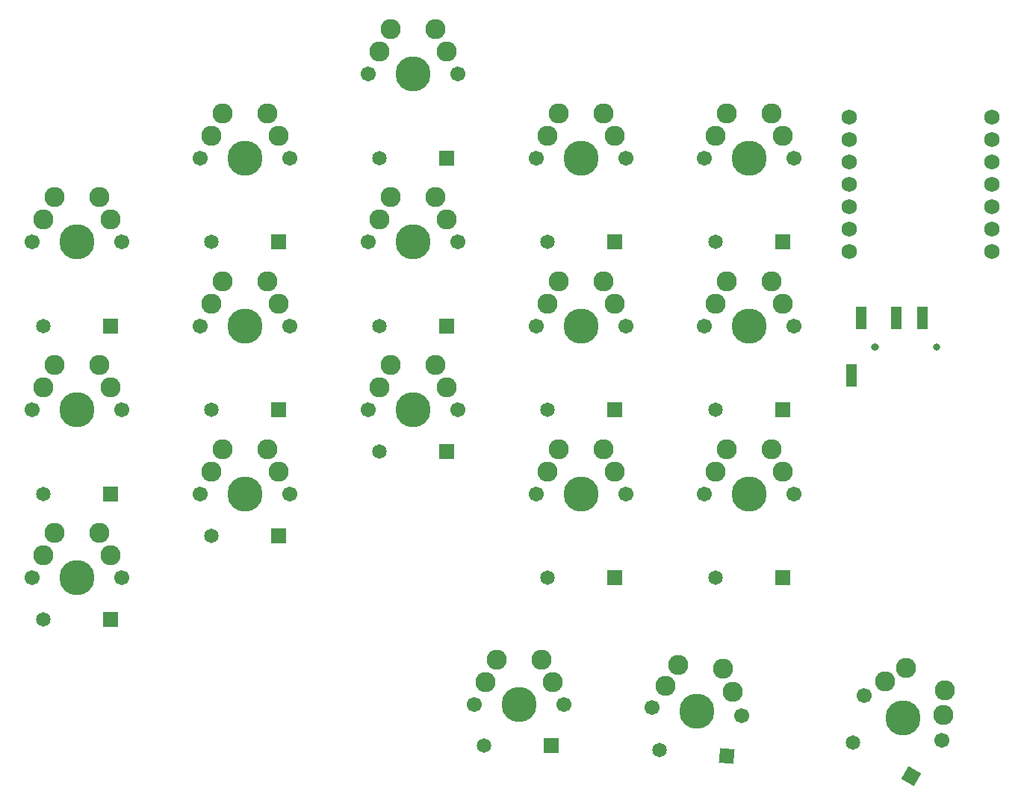
<source format=gbr>
%TF.GenerationSoftware,KiCad,Pcbnew,7.0.2-0*%
%TF.CreationDate,2023-12-07T17:55:22-05:00*%
%TF.ProjectId,Flare,466c6172-652e-46b6-9963-61645f706362,rev?*%
%TF.SameCoordinates,Original*%
%TF.FileFunction,Soldermask,Bot*%
%TF.FilePolarity,Negative*%
%FSLAX46Y46*%
G04 Gerber Fmt 4.6, Leading zero omitted, Abs format (unit mm)*
G04 Created by KiCad (PCBNEW 7.0.2-0) date 2023-12-07 17:55:22*
%MOMM*%
%LPD*%
G01*
G04 APERTURE LIST*
G04 Aperture macros list*
%AMRotRect*
0 Rectangle, with rotation*
0 The origin of the aperture is its center*
0 $1 length*
0 $2 width*
0 $3 Rotation angle, in degrees counterclockwise*
0 Add horizontal line*
21,1,$1,$2,0,0,$3*%
G04 Aperture macros list end*
%ADD10C,1.651000*%
%ADD11R,1.651000X1.651000*%
%ADD12C,1.701800*%
%ADD13C,3.987800*%
%ADD14C,2.286000*%
%ADD15RotRect,1.651000X1.651000X330.000000*%
%ADD16RotRect,1.651000X1.651000X355.000000*%
%ADD17C,0.800000*%
%ADD18C,1.752600*%
%ADD19R,1.200000X2.500000*%
G04 APERTURE END LIST*
D10*
%TO.C,D3*%
X53340000Y-28575000D03*
D11*
X60960000Y-28575000D03*
%TD*%
D10*
%TO.C,D12*%
X34290000Y-71437500D03*
D11*
X41910000Y-71437500D03*
%TD*%
D10*
%TO.C,D10*%
X91440000Y-57150000D03*
D11*
X99060000Y-57150000D03*
%TD*%
D12*
%TO.C,MX13*%
X52070000Y-57150000D03*
D13*
X57150000Y-57150000D03*
D12*
X62230000Y-57150000D03*
D14*
X53340000Y-54610000D03*
X54610000Y-52070000D03*
X59690000Y-52070000D03*
X60960000Y-54610000D03*
%TD*%
D10*
%TO.C,D13*%
X53340000Y-61912500D03*
D11*
X60960000Y-61912500D03*
%TD*%
D10*
%TO.C,D2*%
X72390000Y-38100000D03*
D11*
X80010000Y-38100000D03*
%TD*%
D12*
%TO.C,MX14*%
X71120000Y-66675000D03*
D13*
X76200000Y-66675000D03*
D12*
X81280000Y-66675000D03*
D14*
X72390000Y-64135000D03*
X73660000Y-61595000D03*
X78740000Y-61595000D03*
X80010000Y-64135000D03*
%TD*%
D12*
%TO.C,MX6*%
X13970000Y-57150000D03*
D13*
X19050000Y-57150000D03*
D12*
X24130000Y-57150000D03*
D14*
X15240000Y-54610000D03*
X16510000Y-52070000D03*
X21590000Y-52070000D03*
X22860000Y-54610000D03*
%TD*%
D10*
%TO.C,D8*%
X53340000Y-47625000D03*
D11*
X60960000Y-47625000D03*
%TD*%
D10*
%TO.C,D14*%
X72390000Y-76200000D03*
D11*
X80010000Y-76200000D03*
%TD*%
D12*
%TO.C,MX11*%
X13970000Y-76200000D03*
D13*
X19050000Y-76200000D03*
D12*
X24130000Y-76200000D03*
D14*
X15240000Y-73660000D03*
X16510000Y-71120000D03*
X21590000Y-71120000D03*
X22860000Y-73660000D03*
%TD*%
D10*
%TO.C,D11*%
X15240000Y-80962500D03*
D11*
X22860000Y-80962500D03*
%TD*%
D10*
%TO.C,D7*%
X34290000Y-57150000D03*
D11*
X41910000Y-57150000D03*
%TD*%
D10*
%TO.C,D4*%
X34290000Y-38100000D03*
D11*
X41910000Y-38100000D03*
%TD*%
D10*
%TO.C,D18*%
X107031693Y-94932500D03*
D15*
X113630807Y-98742500D03*
%TD*%
D10*
%TO.C,D17*%
X85104498Y-95711687D03*
D16*
X92695502Y-96375813D03*
%TD*%
D12*
%TO.C,MX4*%
X33020000Y-28575000D03*
D13*
X38100000Y-28575000D03*
D12*
X43180000Y-28575000D03*
D14*
X34290000Y-26035000D03*
X35560000Y-23495000D03*
X40640000Y-23495000D03*
X41910000Y-26035000D03*
%TD*%
D10*
%TO.C,D6*%
X15240000Y-66675000D03*
D11*
X22860000Y-66675000D03*
%TD*%
D17*
%TO.C,U2*%
X116550000Y-50006250D03*
X109550000Y-50006250D03*
%TD*%
D18*
%TO.C,U1*%
X106652537Y-23956740D03*
X106652537Y-26496740D03*
X106652537Y-29036740D03*
X106652537Y-31576740D03*
X106652537Y-34116740D03*
X106652537Y-36656740D03*
X106652537Y-39196740D03*
X122817097Y-39196740D03*
X122817097Y-36656740D03*
X122817097Y-34116740D03*
X122817097Y-31576740D03*
X122817097Y-29036740D03*
X122817097Y-26496740D03*
X122817097Y-23956740D03*
%TD*%
D10*
%TO.C,D5*%
X15240000Y-47625000D03*
D11*
X22860000Y-47625000D03*
%TD*%
D10*
%TO.C,D15*%
X91440000Y-76200000D03*
D11*
X99060000Y-76200000D03*
%TD*%
D12*
%TO.C,MX15*%
X90170000Y-66675000D03*
D13*
X95250000Y-66675000D03*
D12*
X100330000Y-66675000D03*
D14*
X91440000Y-64135000D03*
X92710000Y-61595000D03*
X97790000Y-61595000D03*
X99060000Y-64135000D03*
%TD*%
D10*
%TO.C,D1*%
X91440000Y-38100000D03*
D11*
X99060000Y-38100000D03*
%TD*%
D10*
%TO.C,D16*%
X65246250Y-95250000D03*
D11*
X72866250Y-95250000D03*
%TD*%
D12*
%TO.C,MX5*%
X13970000Y-38100000D03*
D13*
X19050000Y-38100000D03*
D12*
X24130000Y-38100000D03*
D14*
X15240000Y-35560000D03*
X16510000Y-33020000D03*
X21590000Y-33020000D03*
X22860000Y-35560000D03*
%TD*%
D12*
%TO.C,MX18*%
X108313091Y-89535000D03*
D13*
X112712500Y-92075000D03*
D12*
X117111909Y-94615000D03*
D14*
X110682943Y-87970295D03*
X113052795Y-86405591D03*
X117452205Y-88945591D03*
X117282057Y-91780295D03*
%TD*%
D12*
%TO.C,MX1*%
X90170000Y-28575000D03*
D13*
X95250000Y-28575000D03*
D12*
X100330000Y-28575000D03*
D14*
X91440000Y-26035000D03*
X92710000Y-23495000D03*
X97790000Y-23495000D03*
X99060000Y-26035000D03*
%TD*%
D12*
%TO.C,MX10*%
X90170000Y-47625000D03*
D13*
X95250000Y-47625000D03*
D12*
X100330000Y-47625000D03*
D14*
X91440000Y-45085000D03*
X92710000Y-42545000D03*
X97790000Y-42545000D03*
X99060000Y-45085000D03*
%TD*%
D12*
%TO.C,MX16*%
X64135000Y-90566875D03*
D13*
X69215000Y-90566875D03*
D12*
X74295000Y-90566875D03*
D14*
X65405000Y-88026875D03*
X66675000Y-85486875D03*
X71755000Y-85486875D03*
X73025000Y-88026875D03*
%TD*%
D12*
%TO.C,MX2*%
X71120000Y-28575000D03*
D13*
X76200000Y-28575000D03*
D12*
X81280000Y-28575000D03*
D14*
X72390000Y-26035000D03*
X73660000Y-23495000D03*
X78740000Y-23495000D03*
X80010000Y-26035000D03*
%TD*%
D10*
%TO.C,D9*%
X72390000Y-57150000D03*
D11*
X80010000Y-57150000D03*
%TD*%
D12*
%TO.C,MX9*%
X71120000Y-47625000D03*
D13*
X76200000Y-47625000D03*
D12*
X81280000Y-47625000D03*
D14*
X72390000Y-45085000D03*
X73660000Y-42545000D03*
X78740000Y-42545000D03*
X80010000Y-45085000D03*
%TD*%
D12*
%TO.C,MX12*%
X33020000Y-66675000D03*
D13*
X38100000Y-66675000D03*
D12*
X43180000Y-66675000D03*
D14*
X34290000Y-64135000D03*
X35560000Y-61595000D03*
X40640000Y-61595000D03*
X41910000Y-64135000D03*
%TD*%
D12*
%TO.C,MX7*%
X33020000Y-47625000D03*
D13*
X38100000Y-47625000D03*
D12*
X43180000Y-47625000D03*
D14*
X34290000Y-45085000D03*
X35560000Y-42545000D03*
X40640000Y-42545000D03*
X41910000Y-45085000D03*
%TD*%
D12*
%TO.C,MX8*%
X52070000Y-38100000D03*
D13*
X57150000Y-38100000D03*
D12*
X62230000Y-38100000D03*
D14*
X53340000Y-35560000D03*
X54610000Y-33020000D03*
X59690000Y-33020000D03*
X60960000Y-35560000D03*
%TD*%
D12*
%TO.C,MX17*%
X84296250Y-90917874D03*
D13*
X89356919Y-91360625D03*
D12*
X94417588Y-91803376D03*
D14*
X85782793Y-88498227D03*
X87269336Y-86078580D03*
X92330005Y-86521332D03*
X93373796Y-89162354D03*
%TD*%
D12*
%TO.C,MX3*%
X52070000Y-19050000D03*
D13*
X57150000Y-19050000D03*
D12*
X62230000Y-19050000D03*
D14*
X53340000Y-16510000D03*
X54610000Y-13970000D03*
X59690000Y-13970000D03*
X60960000Y-16510000D03*
%TD*%
D17*
%TO.C,U3*%
X109537500Y-50006250D03*
X116537500Y-50006250D03*
D19*
X106837500Y-53256250D03*
X107937500Y-46756250D03*
X111937500Y-46756250D03*
X114937500Y-46756250D03*
%TD*%
M02*

</source>
